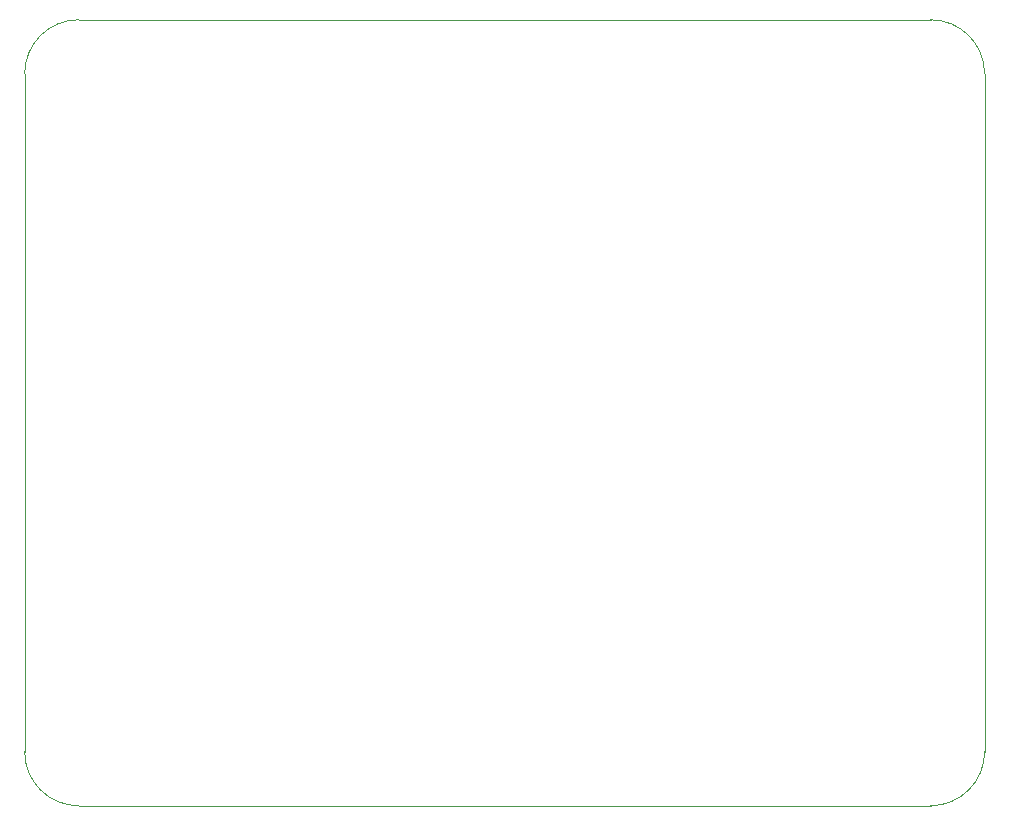
<source format=gm1>
G04 #@! TF.GenerationSoftware,KiCad,Pcbnew,7.0.1*
G04 #@! TF.CreationDate,2023-07-05T13:59:42-05:00*
G04 #@! TF.ProjectId,shift register mosfet array,73686966-7420-4726-9567-697374657220,rev?*
G04 #@! TF.SameCoordinates,Original*
G04 #@! TF.FileFunction,Profile,NP*
%FSLAX46Y46*%
G04 Gerber Fmt 4.6, Leading zero omitted, Abs format (unit mm)*
G04 Created by KiCad (PCBNEW 7.0.1) date 2023-07-05 13:59:42*
%MOMM*%
%LPD*%
G01*
G04 APERTURE LIST*
G04 #@! TA.AperFunction,Profile*
%ADD10C,0.100000*%
G04 #@! TD*
G04 APERTURE END LIST*
D10*
X113538000Y-118759000D02*
G75*
G03*
X118110000Y-123331000I4572000J0D01*
G01*
X118110000Y-56783000D02*
G75*
G03*
X113538000Y-61355000I0J-4572000D01*
G01*
X190246000Y-123331000D02*
G75*
G03*
X194818000Y-118759000I0J4572000D01*
G01*
X194818000Y-61355000D02*
G75*
G03*
X190246000Y-56783000I-4572000J0D01*
G01*
X113538000Y-61355000D02*
X113538000Y-118759000D01*
X118110000Y-56783000D02*
X190246000Y-56783000D01*
X118110000Y-123331000D02*
X190246000Y-123331000D01*
X194818000Y-61355000D02*
X194818000Y-118759000D01*
M02*

</source>
